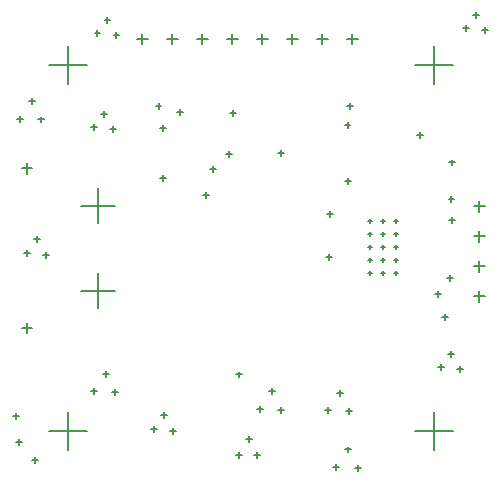
<source format=gbr>
%TF.GenerationSoftware,Altium Limited,Altium Designer,22.8.2 (66)*%
G04 Layer_Color=128*
%FSLAX45Y45*%
%MOMM*%
%TF.SameCoordinates,C69CFF7D-580E-4D1C-BBFF-10AAE48A081B*%
%TF.FilePolarity,Positive*%
%TF.FileFunction,Drillmap*%
%TF.Part,Single*%
G01*
G75*
%TA.AperFunction,NonConductor*%
%ADD68C,0.12700*%
D68*
X-966000Y1770000D02*
X-876000D01*
X-921000Y1725000D02*
Y1815000D01*
X-712000Y1770000D02*
X-622000D01*
X-667000Y1725000D02*
Y1815000D01*
X-458000Y1770000D02*
X-368000D01*
X-413000Y1725000D02*
Y1815000D01*
X-204000Y1770000D02*
X-114000D01*
X-159000Y1725000D02*
Y1815000D01*
X50000Y1770000D02*
X140000D01*
X95000Y1725000D02*
Y1815000D01*
X304000Y1770000D02*
X394000D01*
X349000Y1725000D02*
Y1815000D01*
X558000Y1770000D02*
X648000D01*
X603000Y1725000D02*
Y1815000D01*
X812000Y1770000D02*
X902000D01*
X857000Y1725000D02*
Y1815000D01*
X-1945000Y675000D02*
X-1855000D01*
X-1900000Y630000D02*
Y720000D01*
X-1945000Y-675000D02*
X-1855000D01*
X-1900000Y-720000D02*
Y-630000D01*
X-1445000Y360000D02*
X-1155000D01*
X-1300000Y215000D02*
Y505000D01*
X-1445000Y-360000D02*
X-1155000D01*
X-1300000Y-505000D02*
Y-215000D01*
X1390000Y1550000D02*
X1710000D01*
X1550000Y1390000D02*
Y1710000D01*
X-1710000Y1550000D02*
X-1390000D01*
X-1550000Y1390000D02*
Y1710000D01*
X1390000Y-1550000D02*
X1710000D01*
X1550000Y-1710000D02*
Y-1390000D01*
X-1710000Y-1550000D02*
X-1390000D01*
X-1550000Y-1710000D02*
Y-1390000D01*
X1885000Y353000D02*
X1975000D01*
X1930000Y308000D02*
Y398000D01*
X1885000Y99000D02*
X1975000D01*
X1930000Y54000D02*
Y144000D01*
X1885000Y-155000D02*
X1975000D01*
X1930000Y-200000D02*
Y-110000D01*
X1885000Y-409000D02*
X1975000D01*
X1930000Y-454000D02*
Y-364000D01*
X147667Y-1212775D02*
X197667D01*
X172667Y-1237775D02*
Y-1187775D01*
X46708Y-1361489D02*
X96708D01*
X71708Y-1386489D02*
Y-1336489D01*
X227667Y-1367775D02*
X277667D01*
X252667Y-1392775D02*
Y-1342775D01*
X-1258715Y-1063526D02*
X-1208715D01*
X-1233715Y-1088526D02*
Y-1038526D01*
X-1359674Y-1212241D02*
X-1309674D01*
X-1334674Y-1237241D02*
Y-1187241D01*
X-1178715Y-1218527D02*
X-1128715D01*
X-1153715Y-1243527D02*
Y-1193527D01*
X-1884412Y1244088D02*
X-1834412D01*
X-1859412Y1219088D02*
Y1269088D01*
X-1985370Y1095374D02*
X-1935370D01*
X-1960370Y1070374D02*
Y1120374D01*
X-1804411Y1089088D02*
X-1754412D01*
X-1779411Y1064088D02*
Y1114088D01*
X725000Y-1225000D02*
X775000D01*
X750000Y-1250000D02*
Y-1200000D01*
X624042Y-1373715D02*
X674042D01*
X649042Y-1398714D02*
Y-1348715D01*
X805000Y-1380001D02*
X855000D01*
X830000Y-1405000D02*
Y-1355001D01*
X1675000Y235000D02*
X1725000D01*
X1700000Y210000D02*
Y260000D01*
X1660000Y-250000D02*
X1710000D01*
X1685000Y-275000D02*
Y-225000D01*
X1555000Y-390000D02*
X1605000D01*
X1580000Y-415000D02*
Y-365000D01*
X-130000Y-1070000D02*
X-80000D01*
X-105000Y-1095000D02*
Y-1045000D01*
X1404612Y959247D02*
X1454612D01*
X1429612Y934247D02*
Y984247D01*
X-347173Y670471D02*
X-297173D01*
X-322173Y645471D02*
Y695471D01*
X-180000Y1140000D02*
X-130000D01*
X-155000Y1115000D02*
Y1165000D01*
X1614473Y-580627D02*
X1664473D01*
X1639473Y-605627D02*
Y-555627D01*
X1670000Y415000D02*
X1720000D01*
X1695000Y390000D02*
Y440000D01*
X-210000Y800000D02*
X-160000D01*
X-185000Y775000D02*
Y825000D01*
X635000Y-75000D02*
X685000D01*
X660000Y-100000D02*
Y-50000D01*
X-625000Y1150000D02*
X-575000D01*
X-600000Y1125000D02*
Y1175000D01*
X-775000Y1015000D02*
X-725000D01*
X-750000Y990000D02*
Y1040000D01*
X-810000Y1200000D02*
X-760000D01*
X-785000Y1175000D02*
Y1225000D01*
X1879037Y1976155D02*
X1929037D01*
X1904037Y1951155D02*
Y2001155D01*
X1794037Y1861155D02*
X1844037D01*
X1819037Y1836155D02*
Y1886155D01*
X1954951Y1844141D02*
X2004951D01*
X1979951Y1819141D02*
Y1869141D01*
X-1242243Y1934950D02*
X-1192243D01*
X-1217243Y1909950D02*
Y1959950D01*
X-1327243Y1819950D02*
X-1277244D01*
X-1302244Y1794950D02*
Y1844950D01*
X-1166329Y1802935D02*
X-1116329D01*
X-1141329Y1777935D02*
Y1827935D01*
X-1273147Y1136603D02*
X-1223147D01*
X-1248147Y1111603D02*
Y1161603D01*
X-1358147Y1021603D02*
X-1308147D01*
X-1333147Y996603D02*
Y1046603D01*
X-1197233Y1004588D02*
X-1147233D01*
X-1172233Y979588D02*
Y1029588D01*
X-1990000Y-1645000D02*
X-1940000D01*
X-1965000Y-1670000D02*
Y-1620000D01*
X-2020000Y-1420000D02*
X-1970000D01*
X-1995000Y-1445000D02*
Y-1395000D01*
X-1855000Y-1795000D02*
X-1805000D01*
X-1830000Y-1820000D02*
Y-1770000D01*
X-1840000Y75000D02*
X-1790000D01*
X-1815000Y50000D02*
Y100000D01*
X-1925000Y-40000D02*
X-1875000D01*
X-1900000Y-65000D02*
Y-15000D01*
X-1764086Y-57015D02*
X-1714086D01*
X-1739086Y-82015D02*
Y-32015D01*
X1665000Y-895000D02*
X1715000D01*
X1690000Y-920000D02*
Y-870001D01*
X1580000Y-1010000D02*
X1630000D01*
X1605000Y-1035000D02*
Y-985000D01*
X1740914Y-1027015D02*
X1790914D01*
X1765914Y-1052015D02*
Y-1002015D01*
X-760000Y-1415000D02*
X-710000D01*
X-735000Y-1440000D02*
Y-1390001D01*
X-845000Y-1530000D02*
X-795000D01*
X-820000Y-1555000D02*
Y-1505000D01*
X-684086Y-1547015D02*
X-634086D01*
X-659086Y-1572015D02*
Y-1522015D01*
X21059Y-1749076D02*
X71059D01*
X46059Y-1774076D02*
Y-1724076D01*
X-131762Y-1754736D02*
X-81762D01*
X-106762Y-1779736D02*
Y-1729736D01*
X-41202Y-1613235D02*
X8798D01*
X-16202Y-1638235D02*
Y-1588235D01*
X875000Y-1860000D02*
X925000D01*
X900000Y-1885000D02*
Y-1835000D01*
X694042Y-1853714D02*
X744041D01*
X719041Y-1878714D02*
Y-1828714D01*
X795000Y-1705000D02*
X845000D01*
X820000Y-1730000D02*
Y-1680000D01*
X811926Y1205219D02*
X861926D01*
X836926Y1180219D02*
Y1230219D01*
X1675000Y725000D02*
X1725000D01*
X1700000Y700000D02*
Y750000D01*
X-770000Y590000D02*
X-720000D01*
X-745000Y565000D02*
Y615000D01*
X790000Y1040000D02*
X840000D01*
X815000Y1015000D02*
Y1065000D01*
X795000Y570000D02*
X845000D01*
X820000Y545000D02*
Y595000D01*
X230000Y805000D02*
X280000D01*
X255000Y780000D02*
Y830000D01*
X640000Y285000D02*
X690000D01*
X665000Y260000D02*
Y310000D01*
X-405000Y450000D02*
X-355000D01*
X-380000Y425000D02*
Y475000D01*
X992500Y-212500D02*
X1022500D01*
X1007500Y-227500D02*
Y-197500D01*
X992500Y227500D02*
X1022500D01*
X1007500Y212500D02*
Y242500D01*
X1102500Y227500D02*
X1132500D01*
X1117500Y212500D02*
Y242500D01*
X1212500Y227500D02*
X1242500D01*
X1227500Y212500D02*
Y242500D01*
X992500Y117500D02*
X1022500D01*
X1007500Y102500D02*
Y132500D01*
X1102500Y117500D02*
X1132500D01*
X1117500Y102500D02*
Y132500D01*
X1212500Y117500D02*
X1242500D01*
X1227500Y102500D02*
Y132500D01*
X992500Y7500D02*
X1022500D01*
X1007500Y-7500D02*
Y22500D01*
X1102500Y7500D02*
X1132500D01*
X1117500Y-7500D02*
Y22500D01*
X1212500Y7500D02*
X1242500D01*
X1227500Y-7500D02*
Y22500D01*
X992500Y-102500D02*
X1022500D01*
X1007500Y-117500D02*
Y-87500D01*
X1102500Y-102500D02*
X1132500D01*
X1117500Y-117500D02*
Y-87500D01*
X1212500Y-102500D02*
X1242500D01*
X1227500Y-117500D02*
Y-87500D01*
X1102500Y-212500D02*
X1132500D01*
X1117500Y-227500D02*
Y-197500D01*
X1212500Y-212500D02*
X1242500D01*
X1227500Y-227500D02*
Y-197500D01*
%TF.MD5,a34130c9ab635936332341a6ee01172b*%
M02*

</source>
